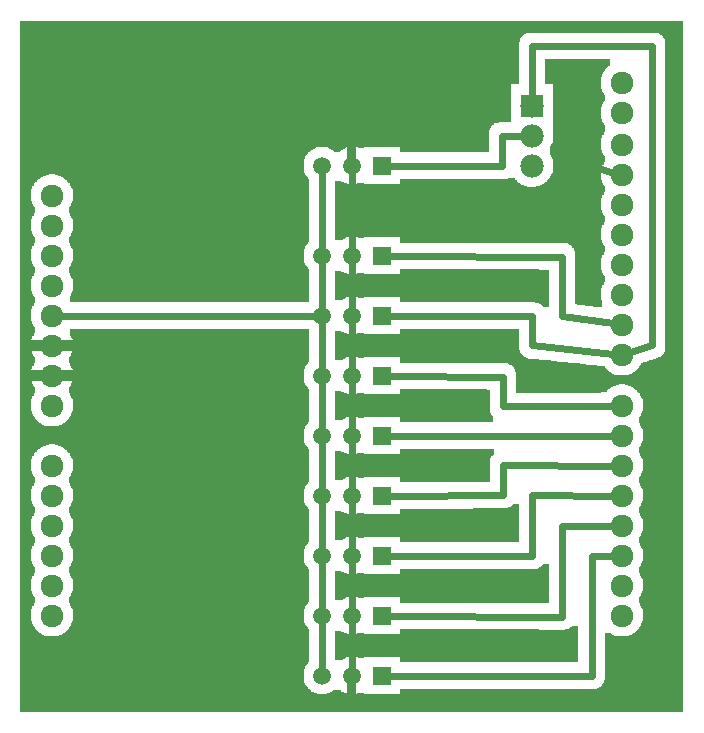
<source format=gbl>
G04 MADE WITH FRITZING*
G04 WWW.FRITZING.ORG*
G04 DOUBLE SIDED*
G04 HOLES PLATED*
G04 CONTOUR ON CENTER OF CONTOUR VECTOR*
%ASAXBY*%
%FSLAX23Y23*%
%MOIN*%
%OFA0B0*%
%SFA1.0B1.0*%
%ADD10C,0.075000*%
%ADD11C,0.075833*%
%ADD12C,0.059000*%
%ADD13C,0.078000*%
%ADD14R,0.059000X0.059000*%
%ADD15R,0.078000X0.078000*%
%ADD16C,0.024000*%
%LNCOPPER0*%
G90*
G70*
G54D10*
X1877Y2140D03*
X126Y2231D03*
G54D11*
X2049Y2140D03*
X2049Y2040D03*
X2049Y1933D03*
X2049Y1833D03*
X2049Y1733D03*
X2049Y1633D03*
X2049Y1533D03*
X2049Y1433D03*
X2049Y1333D03*
X2049Y1233D03*
X2049Y1063D03*
X2049Y963D03*
X2049Y863D03*
X2049Y763D03*
X2049Y663D03*
X2049Y563D03*
X2049Y463D03*
X2049Y363D03*
X149Y1763D03*
X149Y1663D03*
X149Y1563D03*
X149Y1463D03*
X149Y1363D03*
X149Y1263D03*
X149Y1163D03*
X149Y1063D03*
X149Y863D03*
X149Y763D03*
X149Y663D03*
X149Y563D03*
X149Y463D03*
X149Y363D03*
G54D12*
X1249Y163D03*
X1149Y163D03*
X1049Y163D03*
X1249Y363D03*
X1149Y363D03*
X1049Y363D03*
X1249Y563D03*
X1149Y563D03*
X1049Y563D03*
X1249Y763D03*
X1149Y763D03*
X1049Y763D03*
X1249Y963D03*
X1149Y963D03*
X1049Y963D03*
X1249Y1163D03*
X1149Y1163D03*
X1049Y1163D03*
X1249Y1863D03*
X1149Y1863D03*
X1049Y1863D03*
X1249Y1363D03*
X1149Y1363D03*
X1049Y1363D03*
X1249Y1563D03*
X1149Y1563D03*
X1049Y1563D03*
G54D13*
X1749Y2063D03*
X1749Y1963D03*
X1749Y1863D03*
G54D14*
X1249Y163D03*
X1249Y363D03*
X1249Y563D03*
X1249Y763D03*
X1249Y963D03*
X1249Y1163D03*
X1249Y1863D03*
X1249Y1363D03*
X1249Y1563D03*
G54D15*
X1749Y2063D03*
G54D16*
X1652Y1062D02*
X2021Y1063D01*
D02*
X1652Y1160D02*
X1652Y1062D01*
D02*
X1279Y1163D02*
X1652Y1160D01*
D02*
X1652Y864D02*
X2021Y863D01*
D02*
X1279Y763D02*
X1652Y765D01*
D02*
X1652Y765D02*
X1652Y864D01*
D02*
X1750Y765D02*
X2021Y763D01*
D02*
X1750Y563D02*
X1750Y765D01*
D02*
X1279Y563D02*
X1750Y563D01*
D02*
X1849Y360D02*
X1279Y363D01*
D02*
X1849Y662D02*
X1849Y360D01*
D02*
X2021Y663D02*
X1849Y662D01*
D02*
X1279Y163D02*
X1948Y163D01*
D02*
X1948Y163D02*
X1948Y563D01*
D02*
X1948Y563D02*
X2021Y563D01*
D02*
X1049Y1392D02*
X1049Y1533D01*
D02*
X1049Y1333D02*
X1049Y1192D01*
D02*
X1049Y1133D02*
X1049Y992D01*
D02*
X1049Y933D02*
X1049Y792D01*
D02*
X1049Y733D02*
X1049Y592D01*
D02*
X1049Y533D02*
X1049Y392D01*
D02*
X1049Y333D02*
X1049Y192D01*
D02*
X1149Y333D02*
X1149Y192D01*
D02*
X1149Y533D02*
X1149Y392D01*
D02*
X1149Y733D02*
X1149Y592D01*
D02*
X1149Y933D02*
X1149Y792D01*
D02*
X1149Y1133D02*
X1149Y992D01*
D02*
X1149Y1333D02*
X1149Y1192D01*
D02*
X1149Y1392D02*
X1149Y1533D01*
D02*
X1649Y1963D02*
X1719Y1963D01*
D02*
X1649Y1863D02*
X1649Y1963D01*
D02*
X1279Y1863D02*
X1649Y1863D01*
D02*
X2150Y2261D02*
X1750Y2261D01*
D02*
X1750Y2261D02*
X1749Y2093D01*
D02*
X2150Y1264D02*
X2150Y2261D01*
D02*
X2076Y1241D02*
X2150Y1264D01*
D02*
X1149Y1833D02*
X1149Y192D01*
D02*
X1049Y192D02*
X1049Y1833D01*
D02*
X1019Y1363D02*
X177Y1363D01*
D02*
X1279Y963D02*
X2021Y963D01*
D02*
X1849Y1560D02*
X1279Y1563D01*
D02*
X1849Y1363D02*
X1849Y1560D01*
D02*
X2021Y1337D02*
X1849Y1363D01*
D02*
X1750Y1264D02*
X1750Y1363D01*
D02*
X1750Y1363D02*
X1279Y1363D01*
D02*
X2021Y1236D02*
X1750Y1264D01*
D02*
X1148Y1763D02*
X1149Y1833D01*
D02*
X2022Y1840D02*
X1948Y1861D01*
D02*
X1948Y1763D02*
X1148Y1763D01*
D02*
X1948Y1861D02*
X1948Y1763D01*
G36*
X1794Y2218D02*
X1794Y2134D01*
X1820Y2134D01*
X1820Y1946D01*
X1818Y1946D01*
X1818Y1940D01*
X1816Y1940D01*
X1816Y1934D01*
X1814Y1934D01*
X1814Y1930D01*
X1812Y1930D01*
X1812Y1928D01*
X1810Y1928D01*
X1810Y1924D01*
X1808Y1924D01*
X1808Y1902D01*
X1810Y1902D01*
X1810Y1900D01*
X1812Y1900D01*
X1812Y1896D01*
X1814Y1896D01*
X1814Y1892D01*
X1816Y1892D01*
X1816Y1886D01*
X1818Y1886D01*
X1818Y1880D01*
X1820Y1880D01*
X1820Y1846D01*
X1818Y1846D01*
X1818Y1840D01*
X1816Y1840D01*
X1816Y1834D01*
X1814Y1834D01*
X1814Y1830D01*
X1812Y1830D01*
X1812Y1828D01*
X1810Y1828D01*
X1810Y1824D01*
X1808Y1824D01*
X1808Y1822D01*
X1806Y1822D01*
X1806Y1818D01*
X1804Y1818D01*
X1804Y1816D01*
X1802Y1816D01*
X1802Y1814D01*
X1800Y1814D01*
X1800Y1812D01*
X1798Y1812D01*
X1798Y1810D01*
X1796Y1810D01*
X1796Y1808D01*
X1794Y1808D01*
X1794Y1806D01*
X1790Y1806D01*
X1790Y1804D01*
X1788Y1804D01*
X1788Y1802D01*
X1784Y1802D01*
X1784Y1800D01*
X1782Y1800D01*
X1782Y1798D01*
X1776Y1798D01*
X1776Y1796D01*
X1772Y1796D01*
X1772Y1794D01*
X1764Y1794D01*
X1764Y1792D01*
X1992Y1792D01*
X1992Y1794D01*
X1990Y1794D01*
X1990Y1796D01*
X1988Y1796D01*
X1988Y1800D01*
X1986Y1800D01*
X1986Y1804D01*
X1984Y1804D01*
X1984Y1808D01*
X1982Y1808D01*
X1982Y1814D01*
X1980Y1814D01*
X1980Y1854D01*
X1982Y1854D01*
X1982Y1858D01*
X1984Y1858D01*
X1984Y1864D01*
X1986Y1864D01*
X1986Y1866D01*
X1988Y1866D01*
X1988Y1870D01*
X1990Y1870D01*
X1990Y1874D01*
X1992Y1874D01*
X1992Y1894D01*
X1990Y1894D01*
X1990Y1896D01*
X1988Y1896D01*
X1988Y1900D01*
X1986Y1900D01*
X1986Y1904D01*
X1984Y1904D01*
X1984Y1908D01*
X1982Y1908D01*
X1982Y1914D01*
X1980Y1914D01*
X1980Y1954D01*
X1982Y1954D01*
X1982Y1958D01*
X1984Y1958D01*
X1984Y1964D01*
X1986Y1964D01*
X1986Y1966D01*
X1988Y1966D01*
X1988Y1970D01*
X1990Y1970D01*
X1990Y1974D01*
X1992Y1974D01*
X1992Y1976D01*
X1994Y1976D01*
X1994Y1998D01*
X1992Y1998D01*
X1992Y2000D01*
X1990Y2000D01*
X1990Y2004D01*
X1988Y2004D01*
X1988Y2006D01*
X1986Y2006D01*
X1986Y2010D01*
X1984Y2010D01*
X1984Y2014D01*
X1982Y2014D01*
X1982Y2020D01*
X1980Y2020D01*
X1980Y2060D01*
X1982Y2060D01*
X1982Y2066D01*
X1984Y2066D01*
X1984Y2070D01*
X1986Y2070D01*
X1986Y2074D01*
X1988Y2074D01*
X1988Y2078D01*
X1990Y2078D01*
X1990Y2080D01*
X1992Y2080D01*
X1992Y2100D01*
X1990Y2100D01*
X1990Y2104D01*
X1988Y2104D01*
X1988Y2106D01*
X1986Y2106D01*
X1986Y2110D01*
X1984Y2110D01*
X1984Y2114D01*
X1982Y2114D01*
X1982Y2120D01*
X1980Y2120D01*
X1980Y2160D01*
X1982Y2160D01*
X1982Y2166D01*
X1984Y2166D01*
X1984Y2170D01*
X1986Y2170D01*
X1986Y2174D01*
X1988Y2174D01*
X1988Y2178D01*
X1990Y2178D01*
X1990Y2180D01*
X1992Y2180D01*
X1992Y2182D01*
X1994Y2182D01*
X1994Y2186D01*
X1996Y2186D01*
X1996Y2188D01*
X1998Y2188D01*
X1998Y2190D01*
X2000Y2190D01*
X2000Y2192D01*
X2002Y2192D01*
X2002Y2194D01*
X2006Y2194D01*
X2006Y2196D01*
X2008Y2196D01*
X2008Y2198D01*
X2010Y2198D01*
X2010Y2218D01*
X1794Y2218D01*
G37*
D02*
G36*
X1668Y1822D02*
X1668Y1820D01*
X1310Y1820D01*
X1310Y1802D01*
X1710Y1802D01*
X1710Y1804D01*
X1708Y1804D01*
X1708Y1806D01*
X1704Y1806D01*
X1704Y1808D01*
X1702Y1808D01*
X1702Y1810D01*
X1700Y1810D01*
X1700Y1812D01*
X1698Y1812D01*
X1698Y1814D01*
X1696Y1814D01*
X1696Y1816D01*
X1694Y1816D01*
X1694Y1818D01*
X1692Y1818D01*
X1692Y1822D01*
X1668Y1822D01*
G37*
D02*
G36*
X1094Y1812D02*
X1094Y1802D01*
X1132Y1802D01*
X1132Y1804D01*
X1126Y1804D01*
X1126Y1806D01*
X1122Y1806D01*
X1122Y1808D01*
X1118Y1808D01*
X1118Y1810D01*
X1114Y1810D01*
X1114Y1812D01*
X1094Y1812D01*
G37*
D02*
G36*
X1166Y1804D02*
X1166Y1802D01*
X1188Y1802D01*
X1188Y1804D01*
X1166Y1804D01*
G37*
D02*
G36*
X1094Y1802D02*
X1094Y1800D01*
X1714Y1800D01*
X1714Y1802D01*
X1094Y1802D01*
G37*
D02*
G36*
X1094Y1802D02*
X1094Y1800D01*
X1714Y1800D01*
X1714Y1802D01*
X1094Y1802D01*
G37*
D02*
G36*
X1094Y1802D02*
X1094Y1800D01*
X1714Y1800D01*
X1714Y1802D01*
X1094Y1802D01*
G37*
D02*
G36*
X1094Y1800D02*
X1094Y1792D01*
X1734Y1792D01*
X1734Y1794D01*
X1726Y1794D01*
X1726Y1796D01*
X1722Y1796D01*
X1722Y1798D01*
X1718Y1798D01*
X1718Y1800D01*
X1094Y1800D01*
G37*
D02*
G36*
X1094Y1792D02*
X1094Y1790D01*
X1992Y1790D01*
X1992Y1792D01*
X1094Y1792D01*
G37*
D02*
G36*
X1094Y1792D02*
X1094Y1790D01*
X1992Y1790D01*
X1992Y1792D01*
X1094Y1792D01*
G37*
D02*
G36*
X1094Y1790D02*
X1094Y1624D01*
X1310Y1624D01*
X1310Y1606D01*
X1790Y1606D01*
X1790Y1604D01*
X1868Y1604D01*
X1868Y1602D01*
X1872Y1602D01*
X1872Y1600D01*
X1876Y1600D01*
X1876Y1598D01*
X1878Y1598D01*
X1878Y1596D01*
X1880Y1596D01*
X1880Y1594D01*
X1884Y1594D01*
X1884Y1590D01*
X1886Y1590D01*
X1886Y1588D01*
X1888Y1588D01*
X1888Y1584D01*
X1890Y1584D01*
X1890Y1580D01*
X1892Y1580D01*
X1892Y1568D01*
X1894Y1568D01*
X1894Y1402D01*
X1900Y1402D01*
X1900Y1400D01*
X1914Y1400D01*
X1914Y1398D01*
X1926Y1398D01*
X1926Y1396D01*
X1940Y1396D01*
X1940Y1394D01*
X1954Y1394D01*
X1954Y1392D01*
X1984Y1392D01*
X1984Y1408D01*
X1982Y1408D01*
X1982Y1414D01*
X1980Y1414D01*
X1980Y1454D01*
X1982Y1454D01*
X1982Y1458D01*
X1984Y1458D01*
X1984Y1464D01*
X1986Y1464D01*
X1986Y1466D01*
X1988Y1466D01*
X1988Y1470D01*
X1990Y1470D01*
X1990Y1474D01*
X1992Y1474D01*
X1992Y1494D01*
X1990Y1494D01*
X1990Y1496D01*
X1988Y1496D01*
X1988Y1500D01*
X1986Y1500D01*
X1986Y1504D01*
X1984Y1504D01*
X1984Y1508D01*
X1982Y1508D01*
X1982Y1514D01*
X1980Y1514D01*
X1980Y1554D01*
X1982Y1554D01*
X1982Y1558D01*
X1984Y1558D01*
X1984Y1564D01*
X1986Y1564D01*
X1986Y1566D01*
X1988Y1566D01*
X1988Y1570D01*
X1990Y1570D01*
X1990Y1574D01*
X1992Y1574D01*
X1992Y1594D01*
X1990Y1594D01*
X1990Y1596D01*
X1988Y1596D01*
X1988Y1600D01*
X1986Y1600D01*
X1986Y1604D01*
X1984Y1604D01*
X1984Y1608D01*
X1982Y1608D01*
X1982Y1614D01*
X1980Y1614D01*
X1980Y1654D01*
X1982Y1654D01*
X1982Y1658D01*
X1984Y1658D01*
X1984Y1664D01*
X1986Y1664D01*
X1986Y1666D01*
X1988Y1666D01*
X1988Y1670D01*
X1990Y1670D01*
X1990Y1674D01*
X1992Y1674D01*
X1992Y1694D01*
X1990Y1694D01*
X1990Y1696D01*
X1988Y1696D01*
X1988Y1700D01*
X1986Y1700D01*
X1986Y1704D01*
X1984Y1704D01*
X1984Y1708D01*
X1982Y1708D01*
X1982Y1714D01*
X1980Y1714D01*
X1980Y1754D01*
X1982Y1754D01*
X1982Y1758D01*
X1984Y1758D01*
X1984Y1764D01*
X1986Y1764D01*
X1986Y1766D01*
X1988Y1766D01*
X1988Y1770D01*
X1990Y1770D01*
X1990Y1774D01*
X1992Y1774D01*
X1992Y1790D01*
X1094Y1790D01*
G37*
D02*
G36*
X1094Y1624D02*
X1094Y1614D01*
X1114Y1614D01*
X1114Y1616D01*
X1118Y1616D01*
X1118Y1618D01*
X1120Y1618D01*
X1120Y1620D01*
X1126Y1620D01*
X1126Y1622D01*
X1130Y1622D01*
X1130Y1624D01*
X1094Y1624D01*
G37*
D02*
G36*
X1168Y1624D02*
X1168Y1622D01*
X1188Y1622D01*
X1188Y1624D01*
X1168Y1624D01*
G37*
D02*
G36*
X1310Y1518D02*
X1310Y1502D01*
X1806Y1502D01*
X1806Y1516D01*
X1772Y1516D01*
X1772Y1518D01*
X1310Y1518D01*
G37*
D02*
G36*
X1094Y1512D02*
X1094Y1502D01*
X1132Y1502D01*
X1132Y1504D01*
X1126Y1504D01*
X1126Y1506D01*
X1122Y1506D01*
X1122Y1508D01*
X1118Y1508D01*
X1118Y1510D01*
X1114Y1510D01*
X1114Y1512D01*
X1094Y1512D01*
G37*
D02*
G36*
X1166Y1504D02*
X1166Y1502D01*
X1188Y1502D01*
X1188Y1504D01*
X1166Y1504D01*
G37*
D02*
G36*
X1094Y1502D02*
X1094Y1500D01*
X1806Y1500D01*
X1806Y1502D01*
X1094Y1502D01*
G37*
D02*
G36*
X1094Y1502D02*
X1094Y1500D01*
X1806Y1500D01*
X1806Y1502D01*
X1094Y1502D01*
G37*
D02*
G36*
X1094Y1502D02*
X1094Y1500D01*
X1806Y1500D01*
X1806Y1502D01*
X1094Y1502D01*
G37*
D02*
G36*
X1094Y1500D02*
X1094Y1424D01*
X1310Y1424D01*
X1310Y1408D01*
X1760Y1408D01*
X1760Y1406D01*
X1770Y1406D01*
X1770Y1404D01*
X1774Y1404D01*
X1774Y1402D01*
X1778Y1402D01*
X1778Y1400D01*
X1780Y1400D01*
X1780Y1398D01*
X1782Y1398D01*
X1782Y1396D01*
X1784Y1396D01*
X1784Y1394D01*
X1786Y1394D01*
X1786Y1392D01*
X1806Y1392D01*
X1806Y1500D01*
X1094Y1500D01*
G37*
D02*
G36*
X1094Y1424D02*
X1094Y1414D01*
X1114Y1414D01*
X1114Y1416D01*
X1118Y1416D01*
X1118Y1418D01*
X1120Y1418D01*
X1120Y1420D01*
X1126Y1420D01*
X1126Y1422D01*
X1130Y1422D01*
X1130Y1424D01*
X1094Y1424D01*
G37*
D02*
G36*
X1168Y1424D02*
X1168Y1422D01*
X1188Y1422D01*
X1188Y1424D01*
X1168Y1424D01*
G37*
D02*
G36*
X1310Y1118D02*
X1310Y1102D01*
X1608Y1102D01*
X1608Y1116D01*
X1598Y1116D01*
X1598Y1118D01*
X1310Y1118D01*
G37*
D02*
G36*
X1094Y1112D02*
X1094Y1102D01*
X1132Y1102D01*
X1132Y1104D01*
X1126Y1104D01*
X1126Y1106D01*
X1122Y1106D01*
X1122Y1108D01*
X1118Y1108D01*
X1118Y1110D01*
X1114Y1110D01*
X1114Y1112D01*
X1094Y1112D01*
G37*
D02*
G36*
X1166Y1104D02*
X1166Y1102D01*
X1188Y1102D01*
X1188Y1104D01*
X1166Y1104D01*
G37*
D02*
G36*
X1094Y1102D02*
X1094Y1100D01*
X1608Y1100D01*
X1608Y1102D01*
X1094Y1102D01*
G37*
D02*
G36*
X1094Y1102D02*
X1094Y1100D01*
X1608Y1100D01*
X1608Y1102D01*
X1094Y1102D01*
G37*
D02*
G36*
X1094Y1102D02*
X1094Y1100D01*
X1608Y1100D01*
X1608Y1102D01*
X1094Y1102D01*
G37*
D02*
G36*
X1094Y1100D02*
X1094Y1024D01*
X1310Y1024D01*
X1310Y1008D01*
X1620Y1008D01*
X1620Y1028D01*
X1618Y1028D01*
X1618Y1030D01*
X1616Y1030D01*
X1616Y1032D01*
X1614Y1032D01*
X1614Y1036D01*
X1612Y1036D01*
X1612Y1040D01*
X1610Y1040D01*
X1610Y1044D01*
X1608Y1044D01*
X1608Y1100D01*
X1094Y1100D01*
G37*
D02*
G36*
X1094Y1024D02*
X1094Y1014D01*
X1114Y1014D01*
X1114Y1016D01*
X1118Y1016D01*
X1118Y1018D01*
X1120Y1018D01*
X1120Y1020D01*
X1126Y1020D01*
X1126Y1022D01*
X1130Y1022D01*
X1130Y1024D01*
X1094Y1024D01*
G37*
D02*
G36*
X1168Y1024D02*
X1168Y1022D01*
X1188Y1022D01*
X1188Y1024D01*
X1168Y1024D01*
G37*
D02*
G36*
X1310Y920D02*
X1310Y902D01*
X1622Y902D01*
X1622Y920D01*
X1310Y920D01*
G37*
D02*
G36*
X1094Y912D02*
X1094Y902D01*
X1132Y902D01*
X1132Y904D01*
X1126Y904D01*
X1126Y906D01*
X1122Y906D01*
X1122Y908D01*
X1118Y908D01*
X1118Y910D01*
X1114Y910D01*
X1114Y912D01*
X1094Y912D01*
G37*
D02*
G36*
X1166Y904D02*
X1166Y902D01*
X1188Y902D01*
X1188Y904D01*
X1166Y904D01*
G37*
D02*
G36*
X1094Y902D02*
X1094Y900D01*
X1622Y900D01*
X1622Y902D01*
X1094Y902D01*
G37*
D02*
G36*
X1094Y902D02*
X1094Y900D01*
X1622Y900D01*
X1622Y902D01*
X1094Y902D01*
G37*
D02*
G36*
X1094Y902D02*
X1094Y900D01*
X1622Y900D01*
X1622Y902D01*
X1094Y902D01*
G37*
D02*
G36*
X1094Y900D02*
X1094Y824D01*
X1310Y824D01*
X1310Y808D01*
X1536Y808D01*
X1536Y810D01*
X1608Y810D01*
X1608Y882D01*
X1610Y882D01*
X1610Y888D01*
X1612Y888D01*
X1612Y890D01*
X1614Y890D01*
X1614Y894D01*
X1616Y894D01*
X1616Y896D01*
X1618Y896D01*
X1618Y898D01*
X1620Y898D01*
X1620Y900D01*
X1094Y900D01*
G37*
D02*
G36*
X1094Y824D02*
X1094Y814D01*
X1114Y814D01*
X1114Y816D01*
X1118Y816D01*
X1118Y818D01*
X1120Y818D01*
X1120Y820D01*
X1126Y820D01*
X1126Y822D01*
X1130Y822D01*
X1130Y824D01*
X1094Y824D01*
G37*
D02*
G36*
X1168Y824D02*
X1168Y822D01*
X1188Y822D01*
X1188Y824D01*
X1168Y824D01*
G37*
D02*
G36*
X1686Y736D02*
X1686Y732D01*
X1684Y732D01*
X1684Y730D01*
X1680Y730D01*
X1680Y728D01*
X1678Y728D01*
X1678Y726D01*
X1674Y726D01*
X1674Y724D01*
X1668Y724D01*
X1668Y722D01*
X1552Y722D01*
X1552Y720D01*
X1310Y720D01*
X1310Y702D01*
X1706Y702D01*
X1706Y736D01*
X1686Y736D01*
G37*
D02*
G36*
X1094Y712D02*
X1094Y702D01*
X1132Y702D01*
X1132Y704D01*
X1126Y704D01*
X1126Y706D01*
X1122Y706D01*
X1122Y708D01*
X1118Y708D01*
X1118Y710D01*
X1114Y710D01*
X1114Y712D01*
X1094Y712D01*
G37*
D02*
G36*
X1166Y704D02*
X1166Y702D01*
X1188Y702D01*
X1188Y704D01*
X1166Y704D01*
G37*
D02*
G36*
X1094Y702D02*
X1094Y700D01*
X1706Y700D01*
X1706Y702D01*
X1094Y702D01*
G37*
D02*
G36*
X1094Y702D02*
X1094Y700D01*
X1706Y700D01*
X1706Y702D01*
X1094Y702D01*
G37*
D02*
G36*
X1094Y702D02*
X1094Y700D01*
X1706Y700D01*
X1706Y702D01*
X1094Y702D01*
G37*
D02*
G36*
X1094Y700D02*
X1094Y624D01*
X1310Y624D01*
X1310Y608D01*
X1706Y608D01*
X1706Y700D01*
X1094Y700D01*
G37*
D02*
G36*
X1094Y624D02*
X1094Y614D01*
X1114Y614D01*
X1114Y616D01*
X1118Y616D01*
X1118Y618D01*
X1120Y618D01*
X1120Y620D01*
X1126Y620D01*
X1126Y622D01*
X1130Y622D01*
X1130Y624D01*
X1094Y624D01*
G37*
D02*
G36*
X1168Y624D02*
X1168Y622D01*
X1188Y622D01*
X1188Y624D01*
X1168Y624D01*
G37*
D02*
G36*
X1786Y534D02*
X1786Y532D01*
X1784Y532D01*
X1784Y530D01*
X1782Y530D01*
X1782Y528D01*
X1780Y528D01*
X1780Y526D01*
X1778Y526D01*
X1778Y524D01*
X1774Y524D01*
X1774Y522D01*
X1768Y522D01*
X1768Y520D01*
X1310Y520D01*
X1310Y502D01*
X1806Y502D01*
X1806Y534D01*
X1786Y534D01*
G37*
D02*
G36*
X1094Y512D02*
X1094Y502D01*
X1132Y502D01*
X1132Y504D01*
X1126Y504D01*
X1126Y506D01*
X1122Y506D01*
X1122Y508D01*
X1118Y508D01*
X1118Y510D01*
X1114Y510D01*
X1114Y512D01*
X1094Y512D01*
G37*
D02*
G36*
X1166Y504D02*
X1166Y502D01*
X1188Y502D01*
X1188Y504D01*
X1166Y504D01*
G37*
D02*
G36*
X1094Y502D02*
X1094Y500D01*
X1806Y500D01*
X1806Y502D01*
X1094Y502D01*
G37*
D02*
G36*
X1094Y502D02*
X1094Y500D01*
X1806Y500D01*
X1806Y502D01*
X1094Y502D01*
G37*
D02*
G36*
X1094Y502D02*
X1094Y500D01*
X1806Y500D01*
X1806Y502D01*
X1094Y502D01*
G37*
D02*
G36*
X1094Y500D02*
X1094Y424D01*
X1310Y424D01*
X1310Y406D01*
X1806Y406D01*
X1806Y500D01*
X1094Y500D01*
G37*
D02*
G36*
X1094Y424D02*
X1094Y414D01*
X1114Y414D01*
X1114Y416D01*
X1118Y416D01*
X1118Y418D01*
X1120Y418D01*
X1120Y420D01*
X1126Y420D01*
X1126Y422D01*
X1130Y422D01*
X1130Y424D01*
X1094Y424D01*
G37*
D02*
G36*
X1168Y424D02*
X1168Y422D01*
X1188Y422D01*
X1188Y424D01*
X1168Y424D01*
G37*
D02*
G36*
X1884Y330D02*
X1884Y328D01*
X1882Y328D01*
X1882Y326D01*
X1880Y326D01*
X1880Y324D01*
X1876Y324D01*
X1876Y322D01*
X1874Y322D01*
X1874Y320D01*
X1868Y320D01*
X1868Y318D01*
X1860Y318D01*
X1860Y316D01*
X1904Y316D01*
X1904Y330D01*
X1884Y330D01*
G37*
D02*
G36*
X1310Y318D02*
X1310Y316D01*
X1772Y316D01*
X1772Y318D01*
X1310Y318D01*
G37*
D02*
G36*
X1310Y316D02*
X1310Y314D01*
X1904Y314D01*
X1904Y316D01*
X1310Y316D01*
G37*
D02*
G36*
X1310Y316D02*
X1310Y314D01*
X1904Y314D01*
X1904Y316D01*
X1310Y316D01*
G37*
D02*
G36*
X1310Y314D02*
X1310Y302D01*
X1904Y302D01*
X1904Y314D01*
X1310Y314D01*
G37*
D02*
G36*
X1094Y312D02*
X1094Y302D01*
X1132Y302D01*
X1132Y304D01*
X1126Y304D01*
X1126Y306D01*
X1122Y306D01*
X1122Y308D01*
X1118Y308D01*
X1118Y310D01*
X1114Y310D01*
X1114Y312D01*
X1094Y312D01*
G37*
D02*
G36*
X1166Y304D02*
X1166Y302D01*
X1188Y302D01*
X1188Y304D01*
X1166Y304D01*
G37*
D02*
G36*
X1094Y302D02*
X1094Y300D01*
X1904Y300D01*
X1904Y302D01*
X1094Y302D01*
G37*
D02*
G36*
X1094Y302D02*
X1094Y300D01*
X1904Y300D01*
X1904Y302D01*
X1094Y302D01*
G37*
D02*
G36*
X1094Y302D02*
X1094Y300D01*
X1904Y300D01*
X1904Y302D01*
X1094Y302D01*
G37*
D02*
G36*
X1094Y300D02*
X1094Y224D01*
X1310Y224D01*
X1310Y208D01*
X1904Y208D01*
X1904Y300D01*
X1094Y300D01*
G37*
D02*
G36*
X1094Y224D02*
X1094Y214D01*
X1114Y214D01*
X1114Y216D01*
X1118Y216D01*
X1118Y218D01*
X1120Y218D01*
X1120Y220D01*
X1126Y220D01*
X1126Y222D01*
X1130Y222D01*
X1130Y224D01*
X1094Y224D01*
G37*
D02*
G36*
X1168Y224D02*
X1168Y222D01*
X1188Y222D01*
X1188Y224D01*
X1168Y224D01*
G37*
D02*
G36*
X44Y2344D02*
X44Y2306D01*
X2166Y2306D01*
X2166Y2304D01*
X2172Y2304D01*
X2172Y2302D01*
X2176Y2302D01*
X2176Y2300D01*
X2178Y2300D01*
X2178Y2298D01*
X2182Y2298D01*
X2182Y2296D01*
X2184Y2296D01*
X2184Y2294D01*
X2186Y2294D01*
X2186Y2290D01*
X2188Y2290D01*
X2188Y2288D01*
X2190Y2288D01*
X2190Y2284D01*
X2192Y2284D01*
X2192Y2278D01*
X2194Y2278D01*
X2194Y1248D01*
X2192Y1248D01*
X2192Y1242D01*
X2190Y1242D01*
X2190Y1238D01*
X2188Y1238D01*
X2188Y1236D01*
X2186Y1236D01*
X2186Y1232D01*
X2184Y1232D01*
X2184Y1230D01*
X2180Y1230D01*
X2180Y1228D01*
X2178Y1228D01*
X2178Y1226D01*
X2176Y1226D01*
X2176Y1224D01*
X2170Y1224D01*
X2170Y1222D01*
X2164Y1222D01*
X2164Y1220D01*
X2158Y1220D01*
X2158Y1218D01*
X2152Y1218D01*
X2152Y1216D01*
X2146Y1216D01*
X2146Y1214D01*
X2138Y1214D01*
X2138Y1212D01*
X2132Y1212D01*
X2132Y1210D01*
X2126Y1210D01*
X2126Y1208D01*
X2120Y1208D01*
X2120Y1206D01*
X2114Y1206D01*
X2114Y1204D01*
X2112Y1204D01*
X2112Y1200D01*
X2110Y1200D01*
X2110Y1196D01*
X2108Y1196D01*
X2108Y1194D01*
X2106Y1194D01*
X2106Y1190D01*
X2104Y1190D01*
X2104Y1188D01*
X2102Y1188D01*
X2102Y1186D01*
X2100Y1186D01*
X2100Y1184D01*
X2098Y1184D01*
X2098Y1182D01*
X2096Y1182D01*
X2096Y1180D01*
X2094Y1180D01*
X2094Y1178D01*
X2092Y1178D01*
X2092Y1176D01*
X2088Y1176D01*
X2088Y1174D01*
X2086Y1174D01*
X2086Y1172D01*
X2082Y1172D01*
X2082Y1170D01*
X2078Y1170D01*
X2078Y1168D01*
X2074Y1168D01*
X2074Y1166D01*
X2068Y1166D01*
X2068Y1164D01*
X2254Y1164D01*
X2254Y2344D01*
X44Y2344D01*
G37*
D02*
G36*
X44Y2306D02*
X44Y1924D01*
X1310Y1924D01*
X1310Y1908D01*
X1606Y1908D01*
X1606Y1982D01*
X1608Y1982D01*
X1608Y1986D01*
X1610Y1986D01*
X1610Y1990D01*
X1612Y1990D01*
X1612Y1994D01*
X1614Y1994D01*
X1614Y1996D01*
X1616Y1996D01*
X1616Y1998D01*
X1618Y1998D01*
X1618Y2000D01*
X1622Y2000D01*
X1622Y2002D01*
X1624Y2002D01*
X1624Y2004D01*
X1630Y2004D01*
X1630Y2006D01*
X1638Y2006D01*
X1638Y2008D01*
X1678Y2008D01*
X1678Y2134D01*
X1706Y2134D01*
X1706Y2276D01*
X1708Y2276D01*
X1708Y2284D01*
X1710Y2284D01*
X1710Y2288D01*
X1712Y2288D01*
X1712Y2290D01*
X1714Y2290D01*
X1714Y2292D01*
X1716Y2292D01*
X1716Y2296D01*
X1720Y2296D01*
X1720Y2298D01*
X1722Y2298D01*
X1722Y2300D01*
X1724Y2300D01*
X1724Y2302D01*
X1728Y2302D01*
X1728Y2304D01*
X1734Y2304D01*
X1734Y2306D01*
X44Y2306D01*
G37*
D02*
G36*
X44Y1924D02*
X44Y1834D01*
X158Y1834D01*
X158Y1832D01*
X170Y1832D01*
X170Y1830D01*
X176Y1830D01*
X176Y1828D01*
X180Y1828D01*
X180Y1826D01*
X184Y1826D01*
X184Y1824D01*
X186Y1824D01*
X186Y1822D01*
X190Y1822D01*
X190Y1820D01*
X192Y1820D01*
X192Y1818D01*
X194Y1818D01*
X194Y1816D01*
X196Y1816D01*
X196Y1814D01*
X198Y1814D01*
X198Y1812D01*
X200Y1812D01*
X200Y1810D01*
X202Y1810D01*
X202Y1808D01*
X204Y1808D01*
X204Y1806D01*
X206Y1806D01*
X206Y1804D01*
X208Y1804D01*
X208Y1800D01*
X210Y1800D01*
X210Y1796D01*
X212Y1796D01*
X212Y1794D01*
X214Y1794D01*
X214Y1788D01*
X216Y1788D01*
X216Y1784D01*
X218Y1784D01*
X218Y1744D01*
X216Y1744D01*
X216Y1738D01*
X214Y1738D01*
X214Y1734D01*
X212Y1734D01*
X212Y1730D01*
X210Y1730D01*
X210Y1726D01*
X208Y1726D01*
X208Y1724D01*
X206Y1724D01*
X206Y1704D01*
X208Y1704D01*
X208Y1700D01*
X210Y1700D01*
X210Y1696D01*
X212Y1696D01*
X212Y1694D01*
X214Y1694D01*
X214Y1688D01*
X216Y1688D01*
X216Y1684D01*
X218Y1684D01*
X218Y1644D01*
X216Y1644D01*
X216Y1638D01*
X214Y1638D01*
X214Y1634D01*
X212Y1634D01*
X212Y1630D01*
X210Y1630D01*
X210Y1626D01*
X208Y1626D01*
X208Y1624D01*
X206Y1624D01*
X206Y1604D01*
X208Y1604D01*
X208Y1600D01*
X210Y1600D01*
X210Y1596D01*
X212Y1596D01*
X212Y1594D01*
X214Y1594D01*
X214Y1588D01*
X216Y1588D01*
X216Y1584D01*
X218Y1584D01*
X218Y1544D01*
X216Y1544D01*
X216Y1538D01*
X214Y1538D01*
X214Y1534D01*
X212Y1534D01*
X212Y1530D01*
X210Y1530D01*
X210Y1526D01*
X208Y1526D01*
X208Y1524D01*
X206Y1524D01*
X206Y1504D01*
X208Y1504D01*
X208Y1500D01*
X210Y1500D01*
X210Y1496D01*
X212Y1496D01*
X212Y1494D01*
X214Y1494D01*
X214Y1488D01*
X216Y1488D01*
X216Y1484D01*
X218Y1484D01*
X218Y1444D01*
X216Y1444D01*
X216Y1438D01*
X214Y1438D01*
X214Y1434D01*
X212Y1434D01*
X212Y1430D01*
X210Y1430D01*
X210Y1408D01*
X1006Y1408D01*
X1006Y1520D01*
X1004Y1520D01*
X1004Y1522D01*
X1002Y1522D01*
X1002Y1524D01*
X1000Y1524D01*
X1000Y1526D01*
X998Y1526D01*
X998Y1528D01*
X996Y1528D01*
X996Y1532D01*
X994Y1532D01*
X994Y1536D01*
X992Y1536D01*
X992Y1540D01*
X990Y1540D01*
X990Y1546D01*
X988Y1546D01*
X988Y1580D01*
X990Y1580D01*
X990Y1586D01*
X992Y1586D01*
X992Y1590D01*
X994Y1590D01*
X994Y1594D01*
X996Y1594D01*
X996Y1598D01*
X998Y1598D01*
X998Y1600D01*
X1000Y1600D01*
X1000Y1602D01*
X1002Y1602D01*
X1002Y1604D01*
X1004Y1604D01*
X1004Y1608D01*
X1006Y1608D01*
X1006Y1820D01*
X1004Y1820D01*
X1004Y1822D01*
X1002Y1822D01*
X1002Y1824D01*
X1000Y1824D01*
X1000Y1826D01*
X998Y1826D01*
X998Y1828D01*
X996Y1828D01*
X996Y1832D01*
X994Y1832D01*
X994Y1836D01*
X992Y1836D01*
X992Y1840D01*
X990Y1840D01*
X990Y1846D01*
X988Y1846D01*
X988Y1880D01*
X990Y1880D01*
X990Y1886D01*
X992Y1886D01*
X992Y1890D01*
X994Y1890D01*
X994Y1894D01*
X996Y1894D01*
X996Y1898D01*
X998Y1898D01*
X998Y1900D01*
X1000Y1900D01*
X1000Y1902D01*
X1002Y1902D01*
X1002Y1904D01*
X1004Y1904D01*
X1004Y1908D01*
X1006Y1908D01*
X1006Y1910D01*
X1010Y1910D01*
X1010Y1912D01*
X1012Y1912D01*
X1012Y1914D01*
X1014Y1914D01*
X1014Y1916D01*
X1018Y1916D01*
X1018Y1918D01*
X1020Y1918D01*
X1020Y1920D01*
X1026Y1920D01*
X1026Y1922D01*
X1030Y1922D01*
X1030Y1924D01*
X44Y1924D01*
G37*
D02*
G36*
X1068Y1924D02*
X1068Y1922D01*
X1072Y1922D01*
X1072Y1920D01*
X1078Y1920D01*
X1078Y1918D01*
X1080Y1918D01*
X1080Y1916D01*
X1084Y1916D01*
X1084Y1914D01*
X1086Y1914D01*
X1086Y1912D01*
X1088Y1912D01*
X1088Y1910D01*
X1110Y1910D01*
X1110Y1912D01*
X1112Y1912D01*
X1112Y1914D01*
X1114Y1914D01*
X1114Y1916D01*
X1118Y1916D01*
X1118Y1918D01*
X1120Y1918D01*
X1120Y1920D01*
X1126Y1920D01*
X1126Y1922D01*
X1130Y1922D01*
X1130Y1924D01*
X1068Y1924D01*
G37*
D02*
G36*
X1168Y1924D02*
X1168Y1922D01*
X1188Y1922D01*
X1188Y1924D01*
X1168Y1924D01*
G37*
D02*
G36*
X44Y1834D02*
X44Y994D01*
X130Y994D01*
X130Y996D01*
X124Y996D01*
X124Y998D01*
X120Y998D01*
X120Y1000D01*
X116Y1000D01*
X116Y1002D01*
X112Y1002D01*
X112Y1004D01*
X110Y1004D01*
X110Y1006D01*
X106Y1006D01*
X106Y1008D01*
X104Y1008D01*
X104Y1010D01*
X102Y1010D01*
X102Y1012D01*
X100Y1012D01*
X100Y1014D01*
X98Y1014D01*
X98Y1016D01*
X96Y1016D01*
X96Y1018D01*
X94Y1018D01*
X94Y1020D01*
X92Y1020D01*
X92Y1024D01*
X90Y1024D01*
X90Y1026D01*
X88Y1026D01*
X88Y1030D01*
X86Y1030D01*
X86Y1034D01*
X84Y1034D01*
X84Y1038D01*
X82Y1038D01*
X82Y1044D01*
X80Y1044D01*
X80Y1084D01*
X82Y1084D01*
X82Y1088D01*
X84Y1088D01*
X84Y1094D01*
X86Y1094D01*
X86Y1096D01*
X88Y1096D01*
X88Y1100D01*
X90Y1100D01*
X90Y1104D01*
X92Y1104D01*
X92Y1124D01*
X90Y1124D01*
X90Y1126D01*
X88Y1126D01*
X88Y1130D01*
X86Y1130D01*
X86Y1134D01*
X84Y1134D01*
X84Y1138D01*
X82Y1138D01*
X82Y1144D01*
X80Y1144D01*
X80Y1184D01*
X82Y1184D01*
X82Y1188D01*
X84Y1188D01*
X84Y1194D01*
X86Y1194D01*
X86Y1196D01*
X88Y1196D01*
X88Y1200D01*
X90Y1200D01*
X90Y1204D01*
X92Y1204D01*
X92Y1224D01*
X90Y1224D01*
X90Y1226D01*
X88Y1226D01*
X88Y1230D01*
X86Y1230D01*
X86Y1234D01*
X84Y1234D01*
X84Y1238D01*
X82Y1238D01*
X82Y1244D01*
X80Y1244D01*
X80Y1284D01*
X82Y1284D01*
X82Y1288D01*
X84Y1288D01*
X84Y1294D01*
X86Y1294D01*
X86Y1296D01*
X88Y1296D01*
X88Y1300D01*
X90Y1300D01*
X90Y1304D01*
X92Y1304D01*
X92Y1324D01*
X90Y1324D01*
X90Y1326D01*
X88Y1326D01*
X88Y1330D01*
X86Y1330D01*
X86Y1334D01*
X84Y1334D01*
X84Y1338D01*
X82Y1338D01*
X82Y1344D01*
X80Y1344D01*
X80Y1384D01*
X82Y1384D01*
X82Y1388D01*
X84Y1388D01*
X84Y1394D01*
X86Y1394D01*
X86Y1396D01*
X88Y1396D01*
X88Y1400D01*
X90Y1400D01*
X90Y1404D01*
X92Y1404D01*
X92Y1424D01*
X90Y1424D01*
X90Y1426D01*
X88Y1426D01*
X88Y1430D01*
X86Y1430D01*
X86Y1434D01*
X84Y1434D01*
X84Y1438D01*
X82Y1438D01*
X82Y1444D01*
X80Y1444D01*
X80Y1484D01*
X82Y1484D01*
X82Y1488D01*
X84Y1488D01*
X84Y1494D01*
X86Y1494D01*
X86Y1496D01*
X88Y1496D01*
X88Y1500D01*
X90Y1500D01*
X90Y1504D01*
X92Y1504D01*
X92Y1524D01*
X90Y1524D01*
X90Y1526D01*
X88Y1526D01*
X88Y1530D01*
X86Y1530D01*
X86Y1534D01*
X84Y1534D01*
X84Y1538D01*
X82Y1538D01*
X82Y1544D01*
X80Y1544D01*
X80Y1584D01*
X82Y1584D01*
X82Y1588D01*
X84Y1588D01*
X84Y1594D01*
X86Y1594D01*
X86Y1596D01*
X88Y1596D01*
X88Y1600D01*
X90Y1600D01*
X90Y1604D01*
X92Y1604D01*
X92Y1624D01*
X90Y1624D01*
X90Y1626D01*
X88Y1626D01*
X88Y1630D01*
X86Y1630D01*
X86Y1634D01*
X84Y1634D01*
X84Y1638D01*
X82Y1638D01*
X82Y1644D01*
X80Y1644D01*
X80Y1684D01*
X82Y1684D01*
X82Y1688D01*
X84Y1688D01*
X84Y1694D01*
X86Y1694D01*
X86Y1696D01*
X88Y1696D01*
X88Y1700D01*
X90Y1700D01*
X90Y1704D01*
X92Y1704D01*
X92Y1724D01*
X90Y1724D01*
X90Y1726D01*
X88Y1726D01*
X88Y1730D01*
X86Y1730D01*
X86Y1734D01*
X84Y1734D01*
X84Y1738D01*
X82Y1738D01*
X82Y1744D01*
X80Y1744D01*
X80Y1784D01*
X82Y1784D01*
X82Y1788D01*
X84Y1788D01*
X84Y1794D01*
X86Y1794D01*
X86Y1796D01*
X88Y1796D01*
X88Y1800D01*
X90Y1800D01*
X90Y1804D01*
X92Y1804D01*
X92Y1806D01*
X94Y1806D01*
X94Y1808D01*
X96Y1808D01*
X96Y1810D01*
X98Y1810D01*
X98Y1812D01*
X100Y1812D01*
X100Y1814D01*
X102Y1814D01*
X102Y1816D01*
X104Y1816D01*
X104Y1818D01*
X106Y1818D01*
X106Y1820D01*
X108Y1820D01*
X108Y1822D01*
X112Y1822D01*
X112Y1824D01*
X114Y1824D01*
X114Y1826D01*
X118Y1826D01*
X118Y1828D01*
X122Y1828D01*
X122Y1830D01*
X128Y1830D01*
X128Y1832D01*
X140Y1832D01*
X140Y1834D01*
X44Y1834D01*
G37*
D02*
G36*
X208Y1320D02*
X208Y1300D01*
X210Y1300D01*
X210Y1296D01*
X212Y1296D01*
X212Y1294D01*
X214Y1294D01*
X214Y1288D01*
X216Y1288D01*
X216Y1284D01*
X218Y1284D01*
X218Y1244D01*
X216Y1244D01*
X216Y1238D01*
X214Y1238D01*
X214Y1234D01*
X212Y1234D01*
X212Y1230D01*
X210Y1230D01*
X210Y1226D01*
X208Y1226D01*
X208Y1224D01*
X206Y1224D01*
X206Y1204D01*
X208Y1204D01*
X208Y1200D01*
X210Y1200D01*
X210Y1196D01*
X212Y1196D01*
X212Y1194D01*
X214Y1194D01*
X214Y1188D01*
X216Y1188D01*
X216Y1184D01*
X218Y1184D01*
X218Y1144D01*
X216Y1144D01*
X216Y1138D01*
X214Y1138D01*
X214Y1134D01*
X212Y1134D01*
X212Y1130D01*
X210Y1130D01*
X210Y1126D01*
X208Y1126D01*
X208Y1124D01*
X206Y1124D01*
X206Y1104D01*
X208Y1104D01*
X208Y1100D01*
X210Y1100D01*
X210Y1096D01*
X212Y1096D01*
X212Y1094D01*
X214Y1094D01*
X214Y1088D01*
X216Y1088D01*
X216Y1084D01*
X218Y1084D01*
X218Y1044D01*
X216Y1044D01*
X216Y1038D01*
X214Y1038D01*
X214Y1034D01*
X212Y1034D01*
X212Y1030D01*
X210Y1030D01*
X210Y1026D01*
X208Y1026D01*
X208Y1024D01*
X206Y1024D01*
X206Y1020D01*
X204Y1020D01*
X204Y1018D01*
X202Y1018D01*
X202Y1016D01*
X200Y1016D01*
X200Y1014D01*
X198Y1014D01*
X198Y1012D01*
X196Y1012D01*
X196Y1010D01*
X194Y1010D01*
X194Y1008D01*
X192Y1008D01*
X192Y1006D01*
X188Y1006D01*
X188Y1004D01*
X186Y1004D01*
X186Y1002D01*
X182Y1002D01*
X182Y1000D01*
X178Y1000D01*
X178Y998D01*
X174Y998D01*
X174Y996D01*
X168Y996D01*
X168Y994D01*
X996Y994D01*
X996Y998D01*
X998Y998D01*
X998Y1000D01*
X1000Y1000D01*
X1000Y1002D01*
X1002Y1002D01*
X1002Y1004D01*
X1004Y1004D01*
X1004Y1008D01*
X1006Y1008D01*
X1006Y1120D01*
X1004Y1120D01*
X1004Y1122D01*
X1002Y1122D01*
X1002Y1124D01*
X1000Y1124D01*
X1000Y1126D01*
X998Y1126D01*
X998Y1128D01*
X996Y1128D01*
X996Y1132D01*
X994Y1132D01*
X994Y1136D01*
X992Y1136D01*
X992Y1140D01*
X990Y1140D01*
X990Y1146D01*
X988Y1146D01*
X988Y1180D01*
X990Y1180D01*
X990Y1186D01*
X992Y1186D01*
X992Y1190D01*
X994Y1190D01*
X994Y1194D01*
X996Y1194D01*
X996Y1198D01*
X998Y1198D01*
X998Y1200D01*
X1000Y1200D01*
X1000Y1202D01*
X1002Y1202D01*
X1002Y1204D01*
X1004Y1204D01*
X1004Y1208D01*
X1006Y1208D01*
X1006Y1320D01*
X208Y1320D01*
G37*
D02*
G36*
X1310Y1320D02*
X1310Y1302D01*
X1706Y1302D01*
X1706Y1320D01*
X1310Y1320D01*
G37*
D02*
G36*
X1094Y1312D02*
X1094Y1302D01*
X1132Y1302D01*
X1132Y1304D01*
X1126Y1304D01*
X1126Y1306D01*
X1122Y1306D01*
X1122Y1308D01*
X1118Y1308D01*
X1118Y1310D01*
X1114Y1310D01*
X1114Y1312D01*
X1094Y1312D01*
G37*
D02*
G36*
X1166Y1304D02*
X1166Y1302D01*
X1188Y1302D01*
X1188Y1304D01*
X1166Y1304D01*
G37*
D02*
G36*
X1094Y1302D02*
X1094Y1300D01*
X1706Y1300D01*
X1706Y1302D01*
X1094Y1302D01*
G37*
D02*
G36*
X1094Y1302D02*
X1094Y1300D01*
X1706Y1300D01*
X1706Y1302D01*
X1094Y1302D01*
G37*
D02*
G36*
X1094Y1302D02*
X1094Y1300D01*
X1706Y1300D01*
X1706Y1302D01*
X1094Y1302D01*
G37*
D02*
G36*
X1094Y1300D02*
X1094Y1224D01*
X1310Y1224D01*
X1310Y1206D01*
X1614Y1206D01*
X1614Y1204D01*
X1670Y1204D01*
X1670Y1202D01*
X1674Y1202D01*
X1674Y1200D01*
X1678Y1200D01*
X1678Y1198D01*
X1682Y1198D01*
X1682Y1196D01*
X1684Y1196D01*
X1684Y1194D01*
X1686Y1194D01*
X1686Y1192D01*
X1688Y1192D01*
X1688Y1188D01*
X1690Y1188D01*
X1690Y1186D01*
X1692Y1186D01*
X1692Y1182D01*
X1694Y1182D01*
X1694Y1174D01*
X1696Y1174D01*
X1696Y1164D01*
X2030Y1164D01*
X2030Y1166D01*
X2024Y1166D01*
X2024Y1168D01*
X2020Y1168D01*
X2020Y1170D01*
X2016Y1170D01*
X2016Y1172D01*
X2012Y1172D01*
X2012Y1174D01*
X2010Y1174D01*
X2010Y1176D01*
X2006Y1176D01*
X2006Y1178D01*
X2004Y1178D01*
X2004Y1180D01*
X2002Y1180D01*
X2002Y1182D01*
X2000Y1182D01*
X2000Y1184D01*
X1998Y1184D01*
X1998Y1186D01*
X1996Y1186D01*
X1996Y1188D01*
X1994Y1188D01*
X1994Y1190D01*
X1992Y1190D01*
X1992Y1194D01*
X1984Y1194D01*
X1984Y1196D01*
X1966Y1196D01*
X1966Y1198D01*
X1946Y1198D01*
X1946Y1200D01*
X1928Y1200D01*
X1928Y1202D01*
X1908Y1202D01*
X1908Y1204D01*
X1888Y1204D01*
X1888Y1206D01*
X1870Y1206D01*
X1870Y1208D01*
X1850Y1208D01*
X1850Y1210D01*
X1832Y1210D01*
X1832Y1212D01*
X1812Y1212D01*
X1812Y1214D01*
X1794Y1214D01*
X1794Y1216D01*
X1774Y1216D01*
X1774Y1218D01*
X1754Y1218D01*
X1754Y1220D01*
X1736Y1220D01*
X1736Y1222D01*
X1730Y1222D01*
X1730Y1224D01*
X1726Y1224D01*
X1726Y1226D01*
X1722Y1226D01*
X1722Y1228D01*
X1720Y1228D01*
X1720Y1230D01*
X1718Y1230D01*
X1718Y1232D01*
X1716Y1232D01*
X1716Y1234D01*
X1714Y1234D01*
X1714Y1236D01*
X1712Y1236D01*
X1712Y1240D01*
X1710Y1240D01*
X1710Y1244D01*
X1708Y1244D01*
X1708Y1250D01*
X1706Y1250D01*
X1706Y1300D01*
X1094Y1300D01*
G37*
D02*
G36*
X1094Y1224D02*
X1094Y1214D01*
X1114Y1214D01*
X1114Y1216D01*
X1118Y1216D01*
X1118Y1218D01*
X1120Y1218D01*
X1120Y1220D01*
X1126Y1220D01*
X1126Y1222D01*
X1130Y1222D01*
X1130Y1224D01*
X1094Y1224D01*
G37*
D02*
G36*
X1168Y1224D02*
X1168Y1222D01*
X1188Y1222D01*
X1188Y1224D01*
X1168Y1224D01*
G37*
D02*
G36*
X1696Y1164D02*
X1696Y1162D01*
X2254Y1162D01*
X2254Y1164D01*
X1696Y1164D01*
G37*
D02*
G36*
X1696Y1164D02*
X1696Y1162D01*
X2254Y1162D01*
X2254Y1164D01*
X1696Y1164D01*
G37*
D02*
G36*
X1696Y1162D02*
X1696Y1134D01*
X2058Y1134D01*
X2058Y1132D01*
X2070Y1132D01*
X2070Y1130D01*
X2076Y1130D01*
X2076Y1128D01*
X2080Y1128D01*
X2080Y1126D01*
X2084Y1126D01*
X2084Y1124D01*
X2086Y1124D01*
X2086Y1122D01*
X2090Y1122D01*
X2090Y1120D01*
X2092Y1120D01*
X2092Y1118D01*
X2094Y1118D01*
X2094Y1116D01*
X2096Y1116D01*
X2096Y1114D01*
X2098Y1114D01*
X2098Y1112D01*
X2100Y1112D01*
X2100Y1110D01*
X2102Y1110D01*
X2102Y1108D01*
X2104Y1108D01*
X2104Y1106D01*
X2106Y1106D01*
X2106Y1104D01*
X2108Y1104D01*
X2108Y1100D01*
X2110Y1100D01*
X2110Y1096D01*
X2112Y1096D01*
X2112Y1094D01*
X2114Y1094D01*
X2114Y1088D01*
X2116Y1088D01*
X2116Y1084D01*
X2118Y1084D01*
X2118Y1044D01*
X2116Y1044D01*
X2116Y1038D01*
X2114Y1038D01*
X2114Y1034D01*
X2112Y1034D01*
X2112Y1030D01*
X2110Y1030D01*
X2110Y1026D01*
X2108Y1026D01*
X2108Y1024D01*
X2106Y1024D01*
X2106Y1004D01*
X2108Y1004D01*
X2108Y1000D01*
X2110Y1000D01*
X2110Y996D01*
X2112Y996D01*
X2112Y994D01*
X2114Y994D01*
X2114Y988D01*
X2116Y988D01*
X2116Y984D01*
X2118Y984D01*
X2118Y944D01*
X2116Y944D01*
X2116Y938D01*
X2114Y938D01*
X2114Y934D01*
X2112Y934D01*
X2112Y930D01*
X2110Y930D01*
X2110Y926D01*
X2108Y926D01*
X2108Y924D01*
X2106Y924D01*
X2106Y904D01*
X2108Y904D01*
X2108Y900D01*
X2110Y900D01*
X2110Y896D01*
X2112Y896D01*
X2112Y894D01*
X2114Y894D01*
X2114Y888D01*
X2116Y888D01*
X2116Y884D01*
X2118Y884D01*
X2118Y844D01*
X2116Y844D01*
X2116Y838D01*
X2114Y838D01*
X2114Y834D01*
X2112Y834D01*
X2112Y830D01*
X2110Y830D01*
X2110Y826D01*
X2108Y826D01*
X2108Y824D01*
X2106Y824D01*
X2106Y804D01*
X2108Y804D01*
X2108Y800D01*
X2110Y800D01*
X2110Y796D01*
X2112Y796D01*
X2112Y794D01*
X2114Y794D01*
X2114Y788D01*
X2116Y788D01*
X2116Y784D01*
X2118Y784D01*
X2118Y744D01*
X2116Y744D01*
X2116Y738D01*
X2114Y738D01*
X2114Y734D01*
X2112Y734D01*
X2112Y730D01*
X2110Y730D01*
X2110Y726D01*
X2108Y726D01*
X2108Y724D01*
X2106Y724D01*
X2106Y704D01*
X2108Y704D01*
X2108Y700D01*
X2110Y700D01*
X2110Y696D01*
X2112Y696D01*
X2112Y694D01*
X2114Y694D01*
X2114Y688D01*
X2116Y688D01*
X2116Y684D01*
X2118Y684D01*
X2118Y644D01*
X2116Y644D01*
X2116Y638D01*
X2114Y638D01*
X2114Y634D01*
X2112Y634D01*
X2112Y630D01*
X2110Y630D01*
X2110Y626D01*
X2108Y626D01*
X2108Y624D01*
X2106Y624D01*
X2106Y604D01*
X2108Y604D01*
X2108Y600D01*
X2110Y600D01*
X2110Y596D01*
X2112Y596D01*
X2112Y594D01*
X2114Y594D01*
X2114Y588D01*
X2116Y588D01*
X2116Y584D01*
X2118Y584D01*
X2118Y544D01*
X2116Y544D01*
X2116Y538D01*
X2114Y538D01*
X2114Y534D01*
X2112Y534D01*
X2112Y530D01*
X2110Y530D01*
X2110Y526D01*
X2108Y526D01*
X2108Y524D01*
X2106Y524D01*
X2106Y504D01*
X2108Y504D01*
X2108Y500D01*
X2110Y500D01*
X2110Y496D01*
X2112Y496D01*
X2112Y494D01*
X2114Y494D01*
X2114Y488D01*
X2116Y488D01*
X2116Y484D01*
X2118Y484D01*
X2118Y444D01*
X2116Y444D01*
X2116Y438D01*
X2114Y438D01*
X2114Y434D01*
X2112Y434D01*
X2112Y430D01*
X2110Y430D01*
X2110Y426D01*
X2108Y426D01*
X2108Y424D01*
X2106Y424D01*
X2106Y404D01*
X2108Y404D01*
X2108Y400D01*
X2110Y400D01*
X2110Y396D01*
X2112Y396D01*
X2112Y394D01*
X2114Y394D01*
X2114Y388D01*
X2116Y388D01*
X2116Y384D01*
X2118Y384D01*
X2118Y344D01*
X2116Y344D01*
X2116Y338D01*
X2114Y338D01*
X2114Y334D01*
X2112Y334D01*
X2112Y330D01*
X2110Y330D01*
X2110Y326D01*
X2108Y326D01*
X2108Y324D01*
X2106Y324D01*
X2106Y320D01*
X2104Y320D01*
X2104Y318D01*
X2102Y318D01*
X2102Y316D01*
X2100Y316D01*
X2100Y314D01*
X2098Y314D01*
X2098Y312D01*
X2096Y312D01*
X2096Y310D01*
X2094Y310D01*
X2094Y308D01*
X2092Y308D01*
X2092Y306D01*
X2088Y306D01*
X2088Y304D01*
X2086Y304D01*
X2086Y302D01*
X2082Y302D01*
X2082Y300D01*
X2078Y300D01*
X2078Y298D01*
X2074Y298D01*
X2074Y296D01*
X2068Y296D01*
X2068Y294D01*
X2254Y294D01*
X2254Y1162D01*
X1696Y1162D01*
G37*
D02*
G36*
X1696Y1134D02*
X1696Y1106D01*
X1980Y1106D01*
X1980Y1108D01*
X1996Y1108D01*
X1996Y1110D01*
X1998Y1110D01*
X1998Y1112D01*
X2000Y1112D01*
X2000Y1114D01*
X2002Y1114D01*
X2002Y1116D01*
X2004Y1116D01*
X2004Y1118D01*
X2006Y1118D01*
X2006Y1120D01*
X2008Y1120D01*
X2008Y1122D01*
X2012Y1122D01*
X2012Y1124D01*
X2014Y1124D01*
X2014Y1126D01*
X2018Y1126D01*
X2018Y1128D01*
X2022Y1128D01*
X2022Y1130D01*
X2028Y1130D01*
X2028Y1132D01*
X2040Y1132D01*
X2040Y1134D01*
X1696Y1134D01*
G37*
D02*
G36*
X44Y994D02*
X44Y992D01*
X994Y992D01*
X994Y994D01*
X44Y994D01*
G37*
D02*
G36*
X44Y994D02*
X44Y992D01*
X994Y992D01*
X994Y994D01*
X44Y994D01*
G37*
D02*
G36*
X44Y992D02*
X44Y934D01*
X158Y934D01*
X158Y932D01*
X170Y932D01*
X170Y930D01*
X176Y930D01*
X176Y928D01*
X180Y928D01*
X180Y926D01*
X184Y926D01*
X184Y924D01*
X186Y924D01*
X186Y922D01*
X190Y922D01*
X190Y920D01*
X192Y920D01*
X192Y918D01*
X194Y918D01*
X194Y916D01*
X196Y916D01*
X196Y914D01*
X198Y914D01*
X198Y912D01*
X200Y912D01*
X200Y910D01*
X202Y910D01*
X202Y908D01*
X204Y908D01*
X204Y906D01*
X206Y906D01*
X206Y904D01*
X208Y904D01*
X208Y900D01*
X210Y900D01*
X210Y896D01*
X212Y896D01*
X212Y894D01*
X214Y894D01*
X214Y888D01*
X216Y888D01*
X216Y884D01*
X218Y884D01*
X218Y844D01*
X216Y844D01*
X216Y838D01*
X214Y838D01*
X214Y834D01*
X212Y834D01*
X212Y830D01*
X210Y830D01*
X210Y826D01*
X208Y826D01*
X208Y824D01*
X206Y824D01*
X206Y804D01*
X208Y804D01*
X208Y800D01*
X210Y800D01*
X210Y796D01*
X212Y796D01*
X212Y794D01*
X214Y794D01*
X214Y788D01*
X216Y788D01*
X216Y784D01*
X218Y784D01*
X218Y744D01*
X216Y744D01*
X216Y738D01*
X214Y738D01*
X214Y734D01*
X212Y734D01*
X212Y730D01*
X210Y730D01*
X210Y726D01*
X208Y726D01*
X208Y724D01*
X206Y724D01*
X206Y704D01*
X208Y704D01*
X208Y700D01*
X210Y700D01*
X210Y696D01*
X212Y696D01*
X212Y694D01*
X214Y694D01*
X214Y688D01*
X216Y688D01*
X216Y684D01*
X218Y684D01*
X218Y644D01*
X216Y644D01*
X216Y638D01*
X214Y638D01*
X214Y634D01*
X212Y634D01*
X212Y630D01*
X210Y630D01*
X210Y626D01*
X208Y626D01*
X208Y624D01*
X206Y624D01*
X206Y604D01*
X208Y604D01*
X208Y600D01*
X210Y600D01*
X210Y596D01*
X212Y596D01*
X212Y594D01*
X214Y594D01*
X214Y588D01*
X216Y588D01*
X216Y584D01*
X218Y584D01*
X218Y544D01*
X216Y544D01*
X216Y538D01*
X214Y538D01*
X214Y534D01*
X212Y534D01*
X212Y530D01*
X210Y530D01*
X210Y526D01*
X208Y526D01*
X208Y524D01*
X206Y524D01*
X206Y504D01*
X208Y504D01*
X208Y500D01*
X210Y500D01*
X210Y496D01*
X212Y496D01*
X212Y494D01*
X214Y494D01*
X214Y488D01*
X216Y488D01*
X216Y484D01*
X218Y484D01*
X218Y444D01*
X216Y444D01*
X216Y438D01*
X214Y438D01*
X214Y434D01*
X212Y434D01*
X212Y430D01*
X210Y430D01*
X210Y426D01*
X208Y426D01*
X208Y424D01*
X206Y424D01*
X206Y404D01*
X208Y404D01*
X208Y400D01*
X210Y400D01*
X210Y396D01*
X212Y396D01*
X212Y394D01*
X214Y394D01*
X214Y388D01*
X216Y388D01*
X216Y384D01*
X218Y384D01*
X218Y344D01*
X216Y344D01*
X216Y338D01*
X214Y338D01*
X214Y334D01*
X212Y334D01*
X212Y330D01*
X210Y330D01*
X210Y326D01*
X208Y326D01*
X208Y324D01*
X206Y324D01*
X206Y320D01*
X204Y320D01*
X204Y318D01*
X202Y318D01*
X202Y316D01*
X200Y316D01*
X200Y314D01*
X198Y314D01*
X198Y312D01*
X196Y312D01*
X196Y310D01*
X194Y310D01*
X194Y308D01*
X192Y308D01*
X192Y306D01*
X188Y306D01*
X188Y304D01*
X186Y304D01*
X186Y302D01*
X182Y302D01*
X182Y300D01*
X178Y300D01*
X178Y298D01*
X174Y298D01*
X174Y296D01*
X168Y296D01*
X168Y294D01*
X1006Y294D01*
X1006Y320D01*
X1004Y320D01*
X1004Y322D01*
X1002Y322D01*
X1002Y324D01*
X1000Y324D01*
X1000Y326D01*
X998Y326D01*
X998Y328D01*
X996Y328D01*
X996Y332D01*
X994Y332D01*
X994Y336D01*
X992Y336D01*
X992Y340D01*
X990Y340D01*
X990Y346D01*
X988Y346D01*
X988Y380D01*
X990Y380D01*
X990Y386D01*
X992Y386D01*
X992Y390D01*
X994Y390D01*
X994Y394D01*
X996Y394D01*
X996Y398D01*
X998Y398D01*
X998Y400D01*
X1000Y400D01*
X1000Y402D01*
X1002Y402D01*
X1002Y404D01*
X1004Y404D01*
X1004Y408D01*
X1006Y408D01*
X1006Y520D01*
X1004Y520D01*
X1004Y522D01*
X1002Y522D01*
X1002Y524D01*
X1000Y524D01*
X1000Y526D01*
X998Y526D01*
X998Y528D01*
X996Y528D01*
X996Y532D01*
X994Y532D01*
X994Y536D01*
X992Y536D01*
X992Y540D01*
X990Y540D01*
X990Y546D01*
X988Y546D01*
X988Y580D01*
X990Y580D01*
X990Y586D01*
X992Y586D01*
X992Y590D01*
X994Y590D01*
X994Y594D01*
X996Y594D01*
X996Y598D01*
X998Y598D01*
X998Y600D01*
X1000Y600D01*
X1000Y602D01*
X1002Y602D01*
X1002Y604D01*
X1004Y604D01*
X1004Y608D01*
X1006Y608D01*
X1006Y720D01*
X1004Y720D01*
X1004Y722D01*
X1002Y722D01*
X1002Y724D01*
X1000Y724D01*
X1000Y726D01*
X998Y726D01*
X998Y728D01*
X996Y728D01*
X996Y732D01*
X994Y732D01*
X994Y736D01*
X992Y736D01*
X992Y740D01*
X990Y740D01*
X990Y746D01*
X988Y746D01*
X988Y780D01*
X990Y780D01*
X990Y786D01*
X992Y786D01*
X992Y790D01*
X994Y790D01*
X994Y794D01*
X996Y794D01*
X996Y798D01*
X998Y798D01*
X998Y800D01*
X1000Y800D01*
X1000Y802D01*
X1002Y802D01*
X1002Y804D01*
X1004Y804D01*
X1004Y808D01*
X1006Y808D01*
X1006Y920D01*
X1004Y920D01*
X1004Y922D01*
X1002Y922D01*
X1002Y924D01*
X1000Y924D01*
X1000Y926D01*
X998Y926D01*
X998Y928D01*
X996Y928D01*
X996Y932D01*
X994Y932D01*
X994Y936D01*
X992Y936D01*
X992Y940D01*
X990Y940D01*
X990Y946D01*
X988Y946D01*
X988Y980D01*
X990Y980D01*
X990Y986D01*
X992Y986D01*
X992Y990D01*
X994Y990D01*
X994Y992D01*
X44Y992D01*
G37*
D02*
G36*
X44Y934D02*
X44Y294D01*
X130Y294D01*
X130Y296D01*
X124Y296D01*
X124Y298D01*
X120Y298D01*
X120Y300D01*
X116Y300D01*
X116Y302D01*
X112Y302D01*
X112Y304D01*
X110Y304D01*
X110Y306D01*
X106Y306D01*
X106Y308D01*
X104Y308D01*
X104Y310D01*
X102Y310D01*
X102Y312D01*
X100Y312D01*
X100Y314D01*
X98Y314D01*
X98Y316D01*
X96Y316D01*
X96Y318D01*
X94Y318D01*
X94Y320D01*
X92Y320D01*
X92Y324D01*
X90Y324D01*
X90Y326D01*
X88Y326D01*
X88Y330D01*
X86Y330D01*
X86Y334D01*
X84Y334D01*
X84Y338D01*
X82Y338D01*
X82Y344D01*
X80Y344D01*
X80Y384D01*
X82Y384D01*
X82Y388D01*
X84Y388D01*
X84Y394D01*
X86Y394D01*
X86Y396D01*
X88Y396D01*
X88Y400D01*
X90Y400D01*
X90Y404D01*
X92Y404D01*
X92Y424D01*
X90Y424D01*
X90Y426D01*
X88Y426D01*
X88Y430D01*
X86Y430D01*
X86Y434D01*
X84Y434D01*
X84Y438D01*
X82Y438D01*
X82Y444D01*
X80Y444D01*
X80Y484D01*
X82Y484D01*
X82Y488D01*
X84Y488D01*
X84Y494D01*
X86Y494D01*
X86Y496D01*
X88Y496D01*
X88Y500D01*
X90Y500D01*
X90Y504D01*
X92Y504D01*
X92Y524D01*
X90Y524D01*
X90Y526D01*
X88Y526D01*
X88Y530D01*
X86Y530D01*
X86Y534D01*
X84Y534D01*
X84Y538D01*
X82Y538D01*
X82Y544D01*
X80Y544D01*
X80Y584D01*
X82Y584D01*
X82Y588D01*
X84Y588D01*
X84Y594D01*
X86Y594D01*
X86Y596D01*
X88Y596D01*
X88Y600D01*
X90Y600D01*
X90Y604D01*
X92Y604D01*
X92Y624D01*
X90Y624D01*
X90Y626D01*
X88Y626D01*
X88Y630D01*
X86Y630D01*
X86Y634D01*
X84Y634D01*
X84Y638D01*
X82Y638D01*
X82Y644D01*
X80Y644D01*
X80Y684D01*
X82Y684D01*
X82Y688D01*
X84Y688D01*
X84Y694D01*
X86Y694D01*
X86Y696D01*
X88Y696D01*
X88Y700D01*
X90Y700D01*
X90Y704D01*
X92Y704D01*
X92Y724D01*
X90Y724D01*
X90Y726D01*
X88Y726D01*
X88Y730D01*
X86Y730D01*
X86Y734D01*
X84Y734D01*
X84Y738D01*
X82Y738D01*
X82Y744D01*
X80Y744D01*
X80Y784D01*
X82Y784D01*
X82Y788D01*
X84Y788D01*
X84Y794D01*
X86Y794D01*
X86Y796D01*
X88Y796D01*
X88Y800D01*
X90Y800D01*
X90Y804D01*
X92Y804D01*
X92Y824D01*
X90Y824D01*
X90Y826D01*
X88Y826D01*
X88Y830D01*
X86Y830D01*
X86Y834D01*
X84Y834D01*
X84Y838D01*
X82Y838D01*
X82Y844D01*
X80Y844D01*
X80Y884D01*
X82Y884D01*
X82Y888D01*
X84Y888D01*
X84Y894D01*
X86Y894D01*
X86Y896D01*
X88Y896D01*
X88Y900D01*
X90Y900D01*
X90Y904D01*
X92Y904D01*
X92Y906D01*
X94Y906D01*
X94Y908D01*
X96Y908D01*
X96Y910D01*
X98Y910D01*
X98Y912D01*
X100Y912D01*
X100Y914D01*
X102Y914D01*
X102Y916D01*
X104Y916D01*
X104Y918D01*
X106Y918D01*
X106Y920D01*
X108Y920D01*
X108Y922D01*
X112Y922D01*
X112Y924D01*
X114Y924D01*
X114Y926D01*
X118Y926D01*
X118Y928D01*
X122Y928D01*
X122Y930D01*
X128Y930D01*
X128Y932D01*
X140Y932D01*
X140Y934D01*
X44Y934D01*
G37*
D02*
G36*
X1992Y304D02*
X1992Y294D01*
X2030Y294D01*
X2030Y296D01*
X2024Y296D01*
X2024Y298D01*
X2020Y298D01*
X2020Y300D01*
X2016Y300D01*
X2016Y302D01*
X2012Y302D01*
X2012Y304D01*
X1992Y304D01*
G37*
D02*
G36*
X44Y294D02*
X44Y292D01*
X1006Y292D01*
X1006Y294D01*
X44Y294D01*
G37*
D02*
G36*
X44Y294D02*
X44Y292D01*
X1006Y292D01*
X1006Y294D01*
X44Y294D01*
G37*
D02*
G36*
X1992Y294D02*
X1992Y292D01*
X2254Y292D01*
X2254Y294D01*
X1992Y294D01*
G37*
D02*
G36*
X1992Y294D02*
X1992Y292D01*
X2254Y292D01*
X2254Y294D01*
X1992Y294D01*
G37*
D02*
G36*
X44Y292D02*
X44Y102D01*
X1032Y102D01*
X1032Y104D01*
X1026Y104D01*
X1026Y106D01*
X1022Y106D01*
X1022Y108D01*
X1018Y108D01*
X1018Y110D01*
X1014Y110D01*
X1014Y112D01*
X1012Y112D01*
X1012Y114D01*
X1010Y114D01*
X1010Y116D01*
X1008Y116D01*
X1008Y118D01*
X1006Y118D01*
X1006Y120D01*
X1004Y120D01*
X1004Y122D01*
X1002Y122D01*
X1002Y124D01*
X1000Y124D01*
X1000Y126D01*
X998Y126D01*
X998Y128D01*
X996Y128D01*
X996Y132D01*
X994Y132D01*
X994Y136D01*
X992Y136D01*
X992Y140D01*
X990Y140D01*
X990Y146D01*
X988Y146D01*
X988Y180D01*
X990Y180D01*
X990Y186D01*
X992Y186D01*
X992Y190D01*
X994Y190D01*
X994Y194D01*
X996Y194D01*
X996Y198D01*
X998Y198D01*
X998Y200D01*
X1000Y200D01*
X1000Y202D01*
X1002Y202D01*
X1002Y206D01*
X1004Y206D01*
X1004Y208D01*
X1006Y208D01*
X1006Y292D01*
X44Y292D01*
G37*
D02*
G36*
X1992Y292D02*
X1992Y148D01*
X1990Y148D01*
X1990Y142D01*
X1988Y142D01*
X1988Y138D01*
X1986Y138D01*
X1986Y134D01*
X1984Y134D01*
X1984Y132D01*
X1982Y132D01*
X1982Y130D01*
X1980Y130D01*
X1980Y128D01*
X1978Y128D01*
X1978Y126D01*
X1974Y126D01*
X1974Y124D01*
X1972Y124D01*
X1972Y122D01*
X1966Y122D01*
X1966Y120D01*
X1310Y120D01*
X1310Y102D01*
X2254Y102D01*
X2254Y292D01*
X1992Y292D01*
G37*
D02*
G36*
X1088Y116D02*
X1088Y114D01*
X1086Y114D01*
X1086Y112D01*
X1084Y112D01*
X1084Y110D01*
X1080Y110D01*
X1080Y108D01*
X1076Y108D01*
X1076Y106D01*
X1072Y106D01*
X1072Y104D01*
X1066Y104D01*
X1066Y102D01*
X1132Y102D01*
X1132Y104D01*
X1126Y104D01*
X1126Y106D01*
X1122Y106D01*
X1122Y108D01*
X1118Y108D01*
X1118Y110D01*
X1114Y110D01*
X1114Y112D01*
X1112Y112D01*
X1112Y114D01*
X1110Y114D01*
X1110Y116D01*
X1088Y116D01*
G37*
D02*
G36*
X1166Y104D02*
X1166Y102D01*
X1188Y102D01*
X1188Y104D01*
X1166Y104D01*
G37*
D02*
G36*
X44Y102D02*
X44Y100D01*
X2254Y100D01*
X2254Y102D01*
X44Y102D01*
G37*
D02*
G36*
X44Y102D02*
X44Y100D01*
X2254Y100D01*
X2254Y102D01*
X44Y102D01*
G37*
D02*
G36*
X44Y102D02*
X44Y100D01*
X2254Y100D01*
X2254Y102D01*
X44Y102D01*
G37*
D02*
G36*
X44Y102D02*
X44Y100D01*
X2254Y100D01*
X2254Y102D01*
X44Y102D01*
G37*
D02*
G36*
X44Y100D02*
X44Y42D01*
X2254Y42D01*
X2254Y100D01*
X44Y100D01*
G37*
D02*
G36*
X76Y1283D02*
X130Y1283D01*
X130Y1246D01*
X76Y1246D01*
X76Y1283D01*
G37*
D02*
G36*
X164Y1283D02*
X218Y1283D01*
X218Y1246D01*
X164Y1246D01*
X164Y1283D01*
G37*
D02*
G36*
X76Y1183D02*
X130Y1183D01*
X130Y1146D01*
X76Y1146D01*
X76Y1183D01*
G37*
D02*
G36*
X164Y1183D02*
X218Y1183D01*
X218Y1146D01*
X164Y1146D01*
X164Y1183D01*
G37*
D02*
G36*
X1133Y1928D02*
X1162Y1928D01*
X1162Y1884D01*
X1133Y1884D01*
X1133Y1928D01*
G37*
D02*
G36*
X1133Y148D02*
X1162Y148D01*
X1162Y102D01*
X1133Y102D01*
X1133Y148D01*
G37*
D02*
G04 End of Copper0*
M02*
</source>
